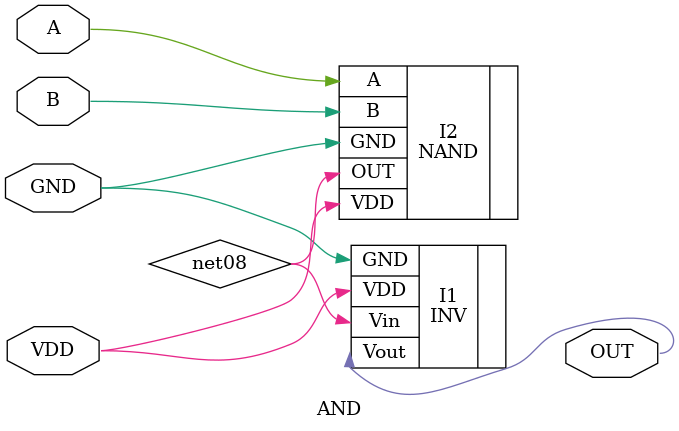
<source format=v>

module AND (
GND,VDD,B,A,OUT );
input  GND;
input  VDD;
input  B;
input  A;
output  OUT;
wire VDD;
wire A;
wire B;
wire GND;
wire net08;
wire OUT;

NAND    
 I2  ( .VDD( VDD ), .A( A ), .B( B ), .OUT( net08 ), .GND( GND ) );

INV    
 I1  ( .VDD( VDD ), .Vin( net08 ), .Vout( OUT ), .GND( GND ) );

endmodule


</source>
